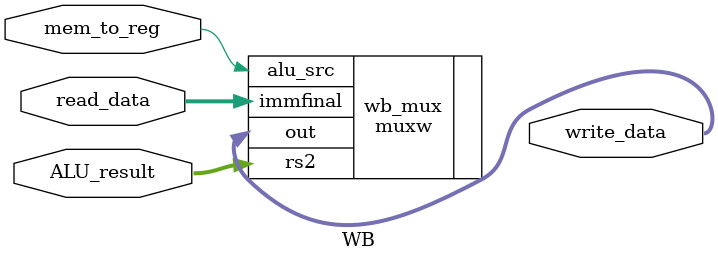
<source format=sv>
module WB(
    input logic [31:0] read_data,
    input logic [31:0] ALU_result,
    input logic mem_to_reg,
    output logic [31:0] write_data
);

    muxw wb_mux(.rs2(ALU_result), .immfinal(read_data), .alu_src(mem_to_reg), .out(write_data));
endmodule

</source>
